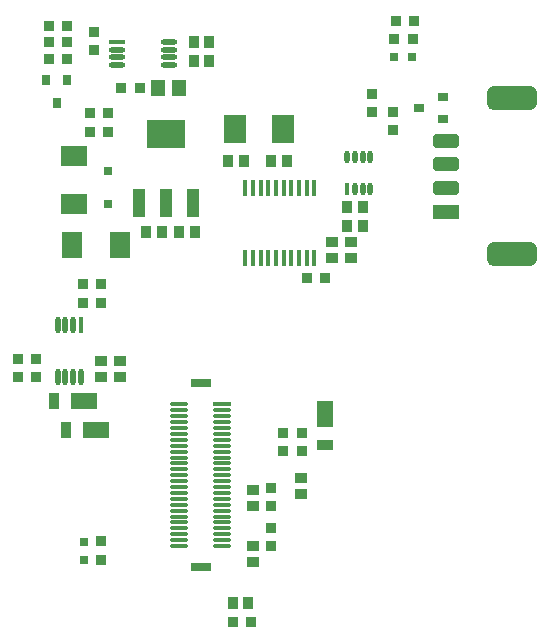
<source format=gtp>
G04*
G04 #@! TF.GenerationSoftware,Altium Limited,Altium Designer,19.0.10 (269)*
G04*
G04 Layer_Color=8421504*
%FSLAX25Y25*%
%MOIN*%
G70*
G01*
G75*
%ADD19R,0.07087X0.03150*%
%ADD20O,0.06299X0.01181*%
%ADD21R,0.06299X0.01181*%
%ADD22R,0.03347X0.03347*%
%ADD23R,0.03543X0.03937*%
G04:AMPARAMS|DCode=24|XSize=78.74mil|YSize=165.35mil|CornerRadius=19.68mil|HoleSize=0mil|Usage=FLASHONLY|Rotation=90.000|XOffset=0mil|YOffset=0mil|HoleType=Round|Shape=RoundedRectangle|*
%AMROUNDEDRECTD24*
21,1,0.07874,0.12598,0,0,90.0*
21,1,0.03937,0.16535,0,0,90.0*
1,1,0.03937,0.06299,0.01968*
1,1,0.03937,0.06299,-0.01968*
1,1,0.03937,-0.06299,-0.01968*
1,1,0.03937,-0.06299,0.01968*
%
%ADD24ROUNDEDRECTD24*%
G04:AMPARAMS|DCode=25|XSize=47.24mil|YSize=86.61mil|CornerRadius=11.81mil|HoleSize=0mil|Usage=FLASHONLY|Rotation=90.000|XOffset=0mil|YOffset=0mil|HoleType=Round|Shape=RoundedRectangle|*
%AMROUNDEDRECTD25*
21,1,0.04724,0.06299,0,0,90.0*
21,1,0.02362,0.08661,0,0,90.0*
1,1,0.02362,0.03150,0.01181*
1,1,0.02362,0.03150,-0.01181*
1,1,0.02362,-0.03150,-0.01181*
1,1,0.02362,-0.03150,0.01181*
%
%ADD25ROUNDEDRECTD25*%
%ADD26R,0.08661X0.04724*%
%ADD27R,0.03543X0.03150*%
%ADD28R,0.03347X0.03347*%
%ADD29O,0.01772X0.04331*%
%ADD30R,0.01772X0.04331*%
%ADD31R,0.05512X0.08661*%
%ADD32R,0.05512X0.03543*%
%ADD33R,0.03937X0.03543*%
%ADD34R,0.07000X0.08500*%
%ADD35R,0.08500X0.07000*%
%ADD36R,0.04528X0.05512*%
%ADD37R,0.08661X0.05512*%
%ADD38R,0.03543X0.05512*%
%ADD39R,0.01772X0.05709*%
%ADD40O,0.05709X0.01772*%
%ADD41R,0.05709X0.01772*%
%ADD42O,0.01772X0.05709*%
%ADD43R,0.03150X0.03150*%
%ADD44R,0.12992X0.09449*%
%ADD45R,0.03937X0.09449*%
%ADD46R,0.07480X0.09449*%
%ADD47R,0.02756X0.03150*%
%ADD48R,0.03150X0.03150*%
%ADD49R,0.03150X0.03543*%
D19*
X80709Y89764D02*
D03*
Y28346D02*
D03*
D20*
X73622Y82677D02*
D03*
Y80709D02*
D03*
Y78740D02*
D03*
Y76772D02*
D03*
Y74803D02*
D03*
Y72835D02*
D03*
Y70866D02*
D03*
Y68898D02*
D03*
Y66929D02*
D03*
Y64961D02*
D03*
Y62992D02*
D03*
Y61024D02*
D03*
Y59055D02*
D03*
Y57087D02*
D03*
Y55118D02*
D03*
Y53150D02*
D03*
Y51181D02*
D03*
Y49213D02*
D03*
Y47244D02*
D03*
Y45276D02*
D03*
Y43307D02*
D03*
Y41339D02*
D03*
Y39370D02*
D03*
Y37402D02*
D03*
Y35433D02*
D03*
X87795D02*
D03*
Y37402D02*
D03*
Y39370D02*
D03*
Y41339D02*
D03*
Y43307D02*
D03*
Y45276D02*
D03*
Y47244D02*
D03*
Y49213D02*
D03*
Y51181D02*
D03*
Y53150D02*
D03*
Y55118D02*
D03*
Y57087D02*
D03*
Y59055D02*
D03*
Y61024D02*
D03*
Y62992D02*
D03*
Y64961D02*
D03*
Y66929D02*
D03*
Y68898D02*
D03*
Y70866D02*
D03*
Y72835D02*
D03*
Y74803D02*
D03*
Y76772D02*
D03*
Y78740D02*
D03*
Y80709D02*
D03*
D21*
Y82677D02*
D03*
D22*
X91339Y10236D02*
D03*
X97441D02*
D03*
X151772Y210630D02*
D03*
X145669D02*
D03*
X30020Y197638D02*
D03*
X36122D02*
D03*
X116142Y124803D02*
D03*
X122244D02*
D03*
X54331Y188189D02*
D03*
X60433D02*
D03*
X145276Y204331D02*
D03*
X151378D02*
D03*
X36122Y208661D02*
D03*
X30020D02*
D03*
X43898Y173622D02*
D03*
X50000D02*
D03*
X43898Y179921D02*
D03*
X50000D02*
D03*
X30020Y203543D02*
D03*
X36122D02*
D03*
D23*
X91339Y16535D02*
D03*
X96653D02*
D03*
X134796Y148425D02*
D03*
X129481D02*
D03*
X134796Y142126D02*
D03*
X129481D02*
D03*
X109449Y163779D02*
D03*
X104134D02*
D03*
X89961D02*
D03*
X95276D02*
D03*
X78347Y197244D02*
D03*
X83661D02*
D03*
X62402Y140157D02*
D03*
X67716D02*
D03*
X78937Y140007D02*
D03*
X73622D02*
D03*
X78347Y203543D02*
D03*
X83661D02*
D03*
D24*
X184602Y184684D02*
D03*
Y132715D02*
D03*
D25*
X162634Y170510D02*
D03*
Y162636D02*
D03*
Y154762D02*
D03*
D26*
Y146888D02*
D03*
D27*
X161417Y177953D02*
D03*
Y185039D02*
D03*
X153543Y181496D02*
D03*
D28*
X144882Y180118D02*
D03*
Y174016D02*
D03*
X137795Y180118D02*
D03*
Y186221D02*
D03*
X104331Y54921D02*
D03*
Y48819D02*
D03*
Y41535D02*
D03*
Y35433D02*
D03*
X108071Y73244D02*
D03*
Y67142D02*
D03*
X114567Y67164D02*
D03*
Y73266D02*
D03*
X19882Y97835D02*
D03*
Y91732D02*
D03*
X45276Y200787D02*
D03*
Y206890D02*
D03*
X47638Y30906D02*
D03*
Y37008D02*
D03*
X25685Y91732D02*
D03*
Y97835D02*
D03*
X47638Y116535D02*
D03*
Y122638D02*
D03*
X41535Y122638D02*
D03*
Y116535D02*
D03*
D29*
X137303Y165059D02*
D03*
X134744D02*
D03*
X132185D02*
D03*
X129626D02*
D03*
X137303Y154626D02*
D03*
X134744D02*
D03*
X132185D02*
D03*
D30*
X129626D02*
D03*
D31*
X122047Y79331D02*
D03*
D32*
Y69291D02*
D03*
D33*
X114173Y52953D02*
D03*
Y58268D02*
D03*
X98130Y54232D02*
D03*
Y48917D02*
D03*
X98032Y30118D02*
D03*
Y35433D02*
D03*
X53937Y91732D02*
D03*
Y97047D02*
D03*
X124409Y131496D02*
D03*
Y136811D02*
D03*
X130709Y131496D02*
D03*
Y136811D02*
D03*
X47638Y91732D02*
D03*
Y97047D02*
D03*
D34*
X53795Y135827D02*
D03*
X37795D02*
D03*
D35*
X38583Y149606D02*
D03*
Y165606D02*
D03*
D36*
X66634Y188189D02*
D03*
X73524D02*
D03*
D37*
X41929Y83884D02*
D03*
X45866Y74016D02*
D03*
D38*
X31890Y83884D02*
D03*
X35827Y74016D02*
D03*
D39*
X118602Y154724D02*
D03*
X116043D02*
D03*
X113484D02*
D03*
X110925D02*
D03*
X108366D02*
D03*
X105807D02*
D03*
X103248D02*
D03*
X100689D02*
D03*
X98130D02*
D03*
X95571D02*
D03*
X118602Y131496D02*
D03*
X116043D02*
D03*
X113484D02*
D03*
X110925D02*
D03*
X108366D02*
D03*
X105807D02*
D03*
X103248D02*
D03*
X100689D02*
D03*
X98130D02*
D03*
X95571D02*
D03*
X40748Y109055D02*
D03*
D40*
X70079Y195768D02*
D03*
Y198327D02*
D03*
Y200886D02*
D03*
Y203445D02*
D03*
X52756Y195768D02*
D03*
Y198327D02*
D03*
Y200886D02*
D03*
D41*
Y203445D02*
D03*
D42*
X38189Y109055D02*
D03*
X35630D02*
D03*
X33071D02*
D03*
X40748Y91732D02*
D03*
X38189D02*
D03*
X35630D02*
D03*
X33071D02*
D03*
D43*
X145276Y198425D02*
D03*
X151181D02*
D03*
D44*
X69095Y172710D02*
D03*
D45*
X78150Y149876D02*
D03*
X69095D02*
D03*
X60039D02*
D03*
D46*
X92126Y174606D02*
D03*
X108268D02*
D03*
D47*
X50000Y149606D02*
D03*
Y160630D02*
D03*
D48*
X41969Y36811D02*
D03*
Y30906D02*
D03*
D49*
X32677Y183071D02*
D03*
X29134Y190945D02*
D03*
X36220D02*
D03*
M02*

</source>
